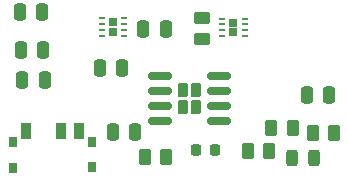
<source format=gbr>
%TF.GenerationSoftware,KiCad,Pcbnew,8.0.0*%
%TF.CreationDate,2024-04-21T04:34:17+02:00*%
%TF.ProjectId,MicroMouse Power,4d696372-6f4d-46f7-9573-6520506f7765,rev?*%
%TF.SameCoordinates,Original*%
%TF.FileFunction,Paste,Top*%
%TF.FilePolarity,Positive*%
%FSLAX46Y46*%
G04 Gerber Fmt 4.6, Leading zero omitted, Abs format (unit mm)*
G04 Created by KiCad (PCBNEW 8.0.0) date 2024-04-21 04:34:17*
%MOMM*%
%LPD*%
G01*
G04 APERTURE LIST*
G04 Aperture macros list*
%AMRoundRect*
0 Rectangle with rounded corners*
0 $1 Rounding radius*
0 $2 $3 $4 $5 $6 $7 $8 $9 X,Y pos of 4 corners*
0 Add a 4 corners polygon primitive as box body*
4,1,4,$2,$3,$4,$5,$6,$7,$8,$9,$2,$3,0*
0 Add four circle primitives for the rounded corners*
1,1,$1+$1,$2,$3*
1,1,$1+$1,$4,$5*
1,1,$1+$1,$6,$7*
1,1,$1+$1,$8,$9*
0 Add four rect primitives between the rounded corners*
20,1,$1+$1,$2,$3,$4,$5,0*
20,1,$1+$1,$4,$5,$6,$7,0*
20,1,$1+$1,$6,$7,$8,$9,0*
20,1,$1+$1,$8,$9,$2,$3,0*%
G04 Aperture macros list end*
%ADD10RoundRect,0.250000X-0.250000X-0.475000X0.250000X-0.475000X0.250000X0.475000X-0.250000X0.475000X0*%
%ADD11RoundRect,0.250000X-0.262500X-0.450000X0.262500X-0.450000X0.262500X0.450000X-0.262500X0.450000X0*%
%ADD12R,0.750000X0.650000*%
%ADD13RoundRect,0.062500X0.187500X0.062500X-0.187500X0.062500X-0.187500X-0.062500X0.187500X-0.062500X0*%
%ADD14RoundRect,0.243750X-0.243750X-0.456250X0.243750X-0.456250X0.243750X0.456250X-0.243750X0.456250X0*%
%ADD15RoundRect,0.250000X0.450000X-0.262500X0.450000X0.262500X-0.450000X0.262500X-0.450000X-0.262500X0*%
%ADD16RoundRect,0.250000X0.262500X0.450000X-0.262500X0.450000X-0.262500X-0.450000X0.262500X-0.450000X0*%
%ADD17RoundRect,0.062500X-0.187500X-0.062500X0.187500X-0.062500X0.187500X0.062500X-0.187500X0.062500X0*%
%ADD18RoundRect,0.250000X0.250000X0.475000X-0.250000X0.475000X-0.250000X-0.475000X0.250000X-0.475000X0*%
%ADD19R,0.900000X1.400000*%
%ADD20R,0.750000X0.850000*%
%ADD21RoundRect,0.230000X-0.230000X-0.375000X0.230000X-0.375000X0.230000X0.375000X-0.230000X0.375000X0*%
%ADD22RoundRect,0.150000X-0.825000X-0.150000X0.825000X-0.150000X0.825000X0.150000X-0.825000X0.150000X0*%
%ADD23RoundRect,0.218750X-0.218750X-0.256250X0.218750X-0.256250X0.218750X0.256250X-0.218750X0.256250X0*%
G04 APERTURE END LIST*
D10*
%TO.C,C5*%
X176370000Y-53470000D03*
X178270000Y-53470000D03*
%TD*%
%TO.C,C4*%
X176560000Y-59240000D03*
X178460000Y-59240000D03*
%TD*%
D11*
%TO.C,R4*%
X197645000Y-63240000D03*
X199470000Y-63240000D03*
%TD*%
D12*
%TO.C,U5*%
X194440000Y-55150000D03*
X194440000Y-54350000D03*
D13*
X195390000Y-55500000D03*
X195390000Y-55000000D03*
X195390000Y-54500000D03*
X195390000Y-54000000D03*
X193490000Y-54000000D03*
X193490000Y-54500000D03*
X193490000Y-55000000D03*
X193490000Y-55500000D03*
%TD*%
D14*
%TO.C,D1*%
X199390000Y-65790000D03*
X201265000Y-65790000D03*
%TD*%
D15*
%TO.C,R3*%
X191770000Y-55760000D03*
X191770000Y-53935000D03*
%TD*%
D10*
%TO.C,C2*%
X186800000Y-54860000D03*
X188700000Y-54860000D03*
%TD*%
%TO.C,C3*%
X176460000Y-56680000D03*
X178360000Y-56680000D03*
%TD*%
%TO.C,C9*%
X200680000Y-60510000D03*
X202580000Y-60510000D03*
%TD*%
D16*
%TO.C,R1*%
X188760000Y-65730000D03*
X186935000Y-65730000D03*
%TD*%
D12*
%TO.C,U4*%
X184250000Y-54330000D03*
X184250000Y-55130000D03*
D17*
X183300000Y-53980000D03*
X183300000Y-54480000D03*
X183300000Y-54980000D03*
X183300000Y-55480000D03*
X185200000Y-55480000D03*
X185200000Y-54980000D03*
X185200000Y-54480000D03*
X185200000Y-53980000D03*
%TD*%
D16*
%TO.C,R2*%
X197500000Y-65210000D03*
X195675000Y-65210000D03*
%TD*%
D18*
%TO.C,C1*%
X186150000Y-63570000D03*
X184250000Y-63570000D03*
%TD*%
D11*
%TO.C,R5*%
X201165000Y-63700000D03*
X202990000Y-63700000D03*
%TD*%
D19*
%TO.C,SW1*%
X176890000Y-63513700D03*
X179890000Y-63513700D03*
X181390000Y-63513700D03*
D20*
X175765000Y-64480700D03*
X175765000Y-66630700D03*
X182515000Y-64480700D03*
X182515000Y-66605700D03*
%TD*%
D10*
%TO.C,C6*%
X183120000Y-58210000D03*
X185020000Y-58210000D03*
%TD*%
D21*
%TO.C,U1*%
X190170000Y-60010000D03*
X190170000Y-61510000D03*
X191310000Y-60010000D03*
X191310000Y-61510000D03*
D22*
X188265000Y-58855000D03*
X188265000Y-60125000D03*
X188265000Y-61395000D03*
X188265000Y-62665000D03*
X193215000Y-62665000D03*
X193215000Y-61395000D03*
X193215000Y-60125000D03*
X193215000Y-58855000D03*
%TD*%
D23*
%TO.C,D2*%
X191292500Y-65120000D03*
X192867500Y-65120000D03*
%TD*%
M02*

</source>
